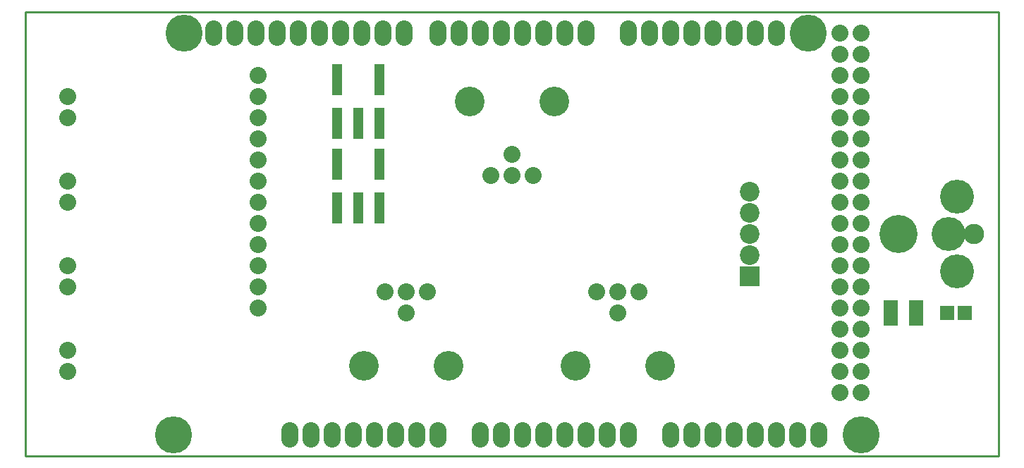
<source format=gts>
G04 (created by PCBNEW-RS274X (2011-05-25)-stable) date Fri 08 Nov 2013 12:39:22 PM EST*
G01*
G70*
G90*
%MOIN*%
G04 Gerber Fmt 3.4, Leading zero omitted, Abs format*
%FSLAX34Y34*%
G04 APERTURE LIST*
%ADD10C,0.006000*%
%ADD11C,0.009000*%
%ADD12C,0.175000*%
%ADD13O,0.080000X0.120000*%
%ADD14C,0.080000*%
%ADD15C,0.096000*%
%ADD16C,0.160000*%
%ADD17C,0.180000*%
%ADD18C,0.140000*%
%ADD19R,0.070000X0.120000*%
%ADD20R,0.067000X0.067000*%
%ADD21R,0.050000X0.145000*%
%ADD22C,0.093000*%
%ADD23R,0.093000X0.093000*%
G04 APERTURE END LIST*
G54D10*
G54D11*
X43500Y-51500D02*
X89500Y-51500D01*
X43500Y-30500D02*
X89500Y-30500D01*
X43500Y-30500D02*
X43500Y-51500D01*
X89500Y-51500D02*
X89500Y-30500D01*
G54D12*
X50500Y-50500D03*
X51000Y-31500D03*
X83000Y-50500D03*
X80500Y-31500D03*
G54D13*
X56000Y-50500D03*
X57000Y-50500D03*
X58000Y-50500D03*
X59000Y-50500D03*
X60000Y-50500D03*
X61000Y-50500D03*
X62000Y-50500D03*
X63000Y-50500D03*
X65000Y-50500D03*
X66000Y-50500D03*
X67000Y-50500D03*
X68000Y-50500D03*
X69000Y-50500D03*
X70000Y-50500D03*
X71000Y-50500D03*
X72000Y-50500D03*
X74000Y-50500D03*
X75000Y-50500D03*
X76000Y-50500D03*
X77000Y-50500D03*
X78000Y-50500D03*
X79000Y-50500D03*
X80000Y-50500D03*
X81000Y-50500D03*
X52400Y-31500D03*
X53400Y-31500D03*
X54400Y-31500D03*
X55400Y-31500D03*
X56400Y-31500D03*
X57400Y-31500D03*
X58400Y-31500D03*
X59400Y-31500D03*
X60400Y-31500D03*
X61400Y-31500D03*
X63000Y-31500D03*
X70000Y-31500D03*
X69000Y-31500D03*
X68000Y-31500D03*
X67000Y-31500D03*
X66000Y-31500D03*
X65000Y-31500D03*
X64000Y-31500D03*
X72000Y-31500D03*
X73000Y-31500D03*
X74000Y-31500D03*
X75000Y-31500D03*
X76000Y-31500D03*
X77000Y-31500D03*
X78000Y-31500D03*
X79000Y-31500D03*
G54D14*
X82000Y-31500D03*
X83000Y-31500D03*
X82000Y-32500D03*
X83000Y-32500D03*
X82000Y-33500D03*
X83000Y-33500D03*
X82000Y-34500D03*
X83000Y-34500D03*
X82000Y-35500D03*
X83000Y-35500D03*
X82000Y-36500D03*
X83000Y-36500D03*
X82000Y-37500D03*
X83000Y-37500D03*
X82000Y-38500D03*
X83000Y-38500D03*
X82000Y-39500D03*
X83000Y-39500D03*
X82000Y-40500D03*
X83000Y-40500D03*
X82000Y-41500D03*
X83000Y-41500D03*
X82000Y-42500D03*
X83000Y-42500D03*
X82000Y-43500D03*
X83000Y-43500D03*
X82000Y-44500D03*
X83000Y-44500D03*
X82000Y-45500D03*
X83000Y-45500D03*
X82000Y-46500D03*
X83000Y-46500D03*
X82000Y-47500D03*
X83000Y-47500D03*
X82000Y-48500D03*
X83000Y-48500D03*
G54D15*
X88320Y-41000D03*
G54D16*
X87140Y-41000D03*
G54D17*
X84780Y-41000D03*
G54D16*
X87530Y-39230D03*
X87530Y-42770D03*
G54D14*
X45500Y-39500D03*
X45500Y-38500D03*
X45500Y-35500D03*
X45500Y-34500D03*
X45500Y-42500D03*
X45500Y-43500D03*
X45500Y-46500D03*
X45500Y-47500D03*
X54500Y-33500D03*
X54500Y-34500D03*
X54500Y-35500D03*
X54500Y-36500D03*
X54500Y-37500D03*
X54500Y-38500D03*
X54500Y-39500D03*
X54500Y-40500D03*
X54500Y-41500D03*
X54500Y-42500D03*
X54500Y-43500D03*
X54500Y-44500D03*
G54D18*
X73500Y-47250D03*
X69500Y-47250D03*
G54D14*
X71500Y-44750D03*
X71500Y-43750D03*
X70500Y-43750D03*
X72500Y-43750D03*
G54D18*
X64500Y-34750D03*
X68500Y-34750D03*
G54D14*
X66500Y-37250D03*
X66500Y-38250D03*
X67500Y-38250D03*
X65500Y-38250D03*
G54D18*
X63500Y-47250D03*
X59500Y-47250D03*
G54D14*
X61500Y-44750D03*
X61500Y-43750D03*
X60500Y-43750D03*
X62500Y-43750D03*
G54D19*
X84400Y-44750D03*
X85600Y-44750D03*
G54D20*
X87085Y-44750D03*
X87915Y-44750D03*
G54D21*
X60250Y-35780D03*
X59250Y-35780D03*
X58250Y-35780D03*
X60250Y-33720D03*
X58250Y-33720D03*
X60250Y-39780D03*
X59250Y-39780D03*
X58250Y-39780D03*
X60250Y-37720D03*
X58250Y-37720D03*
G54D22*
X77750Y-42000D03*
X77750Y-41000D03*
G54D23*
X77750Y-43000D03*
G54D22*
X77750Y-40000D03*
X77750Y-39000D03*
M02*

</source>
